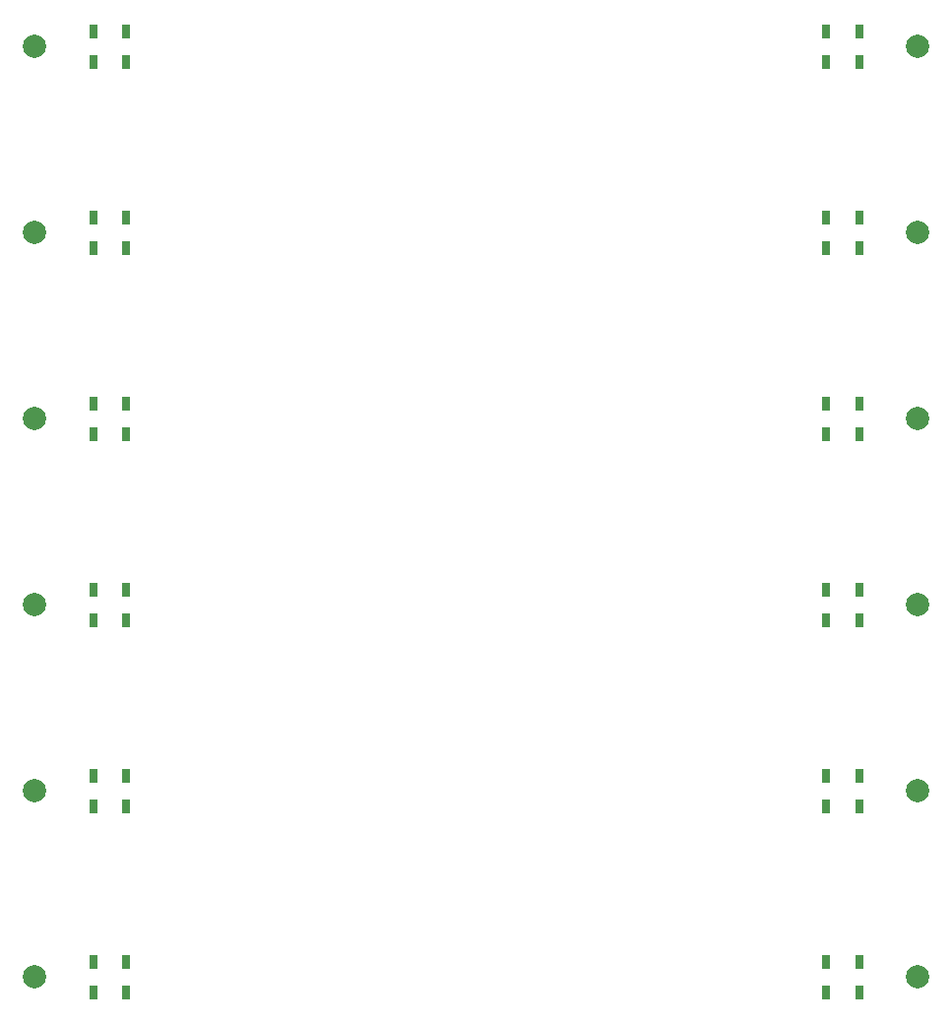
<source format=gbp>
G04 #@! TF.GenerationSoftware,KiCad,Pcbnew,7.0.11*
G04 #@! TF.CreationDate,2024-06-06T00:44:59+09:00*
G04 #@! TF.ProjectId,motordecoder2-K3057,6d6f746f-7264-4656-936f-646572322d4b,rev?*
G04 #@! TF.SameCoordinates,Original*
G04 #@! TF.FileFunction,Paste,Bot*
G04 #@! TF.FilePolarity,Positive*
%FSLAX46Y46*%
G04 Gerber Fmt 4.6, Leading zero omitted, Abs format (unit mm)*
G04 Created by KiCad (PCBNEW 7.0.11) date 2024-06-06 00:44:59*
%MOMM*%
%LPD*%
G01*
G04 APERTURE LIST*
%ADD10C,2.000000*%
%ADD11R,0.750000X1.300000*%
G04 APERTURE END LIST*
D10*
X166500000Y-58000000D03*
X166500000Y-106000000D03*
X90500000Y-106000000D03*
X90500000Y-74000000D03*
X166500000Y-122000000D03*
X90500000Y-90000000D03*
X90500000Y-122000000D03*
X166500000Y-74000000D03*
X166500000Y-90000000D03*
X90500000Y-42000000D03*
X166500000Y-42000000D03*
X90500000Y-58000000D03*
D11*
X95575000Y-43300000D03*
X95575000Y-40700000D03*
X161425000Y-40700000D03*
X161425000Y-43300000D03*
X158625000Y-40700000D03*
X158625000Y-43300000D03*
X98375000Y-43300000D03*
X98375000Y-40700000D03*
X98375000Y-75300000D03*
X98375000Y-72700000D03*
X161425000Y-104700000D03*
X161425000Y-107300000D03*
X95575000Y-91300000D03*
X95575000Y-88700000D03*
X158625000Y-88700000D03*
X158625000Y-91300000D03*
X98375000Y-59300000D03*
X98375000Y-56700000D03*
X95575000Y-75300000D03*
X95575000Y-72700000D03*
X158625000Y-120700000D03*
X158625000Y-123300000D03*
X95575000Y-107300000D03*
X95575000Y-104700000D03*
X98375000Y-123300000D03*
X98375000Y-120700000D03*
X161425000Y-72700000D03*
X161425000Y-75300000D03*
X161425000Y-56700000D03*
X161425000Y-59300000D03*
X158625000Y-104700000D03*
X158625000Y-107300000D03*
X158625000Y-72700000D03*
X158625000Y-75300000D03*
X98375000Y-91300000D03*
X98375000Y-88700000D03*
X98375000Y-107300000D03*
X98375000Y-104700000D03*
X161425000Y-88700000D03*
X161425000Y-91300000D03*
X161425000Y-120700000D03*
X161425000Y-123300000D03*
X95575000Y-59300000D03*
X95575000Y-56700000D03*
X95575000Y-123300000D03*
X95575000Y-120700000D03*
X158625000Y-56700000D03*
X158625000Y-59300000D03*
M02*

</source>
